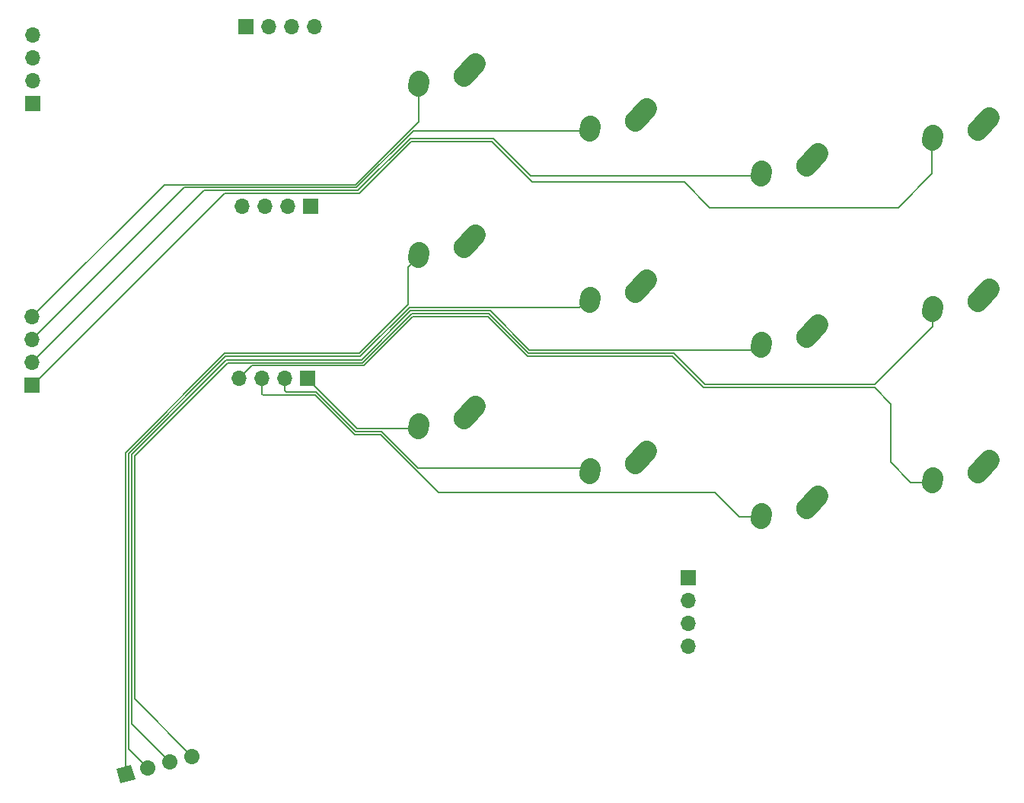
<source format=gbr>
G04 #@! TF.GenerationSoftware,KiCad,Pcbnew,(5.1.4)-1*
G04 #@! TF.CreationDate,2023-06-17T18:30:50-04:00*
G04 #@! TF.ProjectId,ThumbsUp,5468756d-6273-4557-902e-6b696361645f,rev?*
G04 #@! TF.SameCoordinates,Original*
G04 #@! TF.FileFunction,Copper,L1,Top*
G04 #@! TF.FilePolarity,Positive*
%FSLAX46Y46*%
G04 Gerber Fmt 4.6, Leading zero omitted, Abs format (unit mm)*
G04 Created by KiCad (PCBNEW (5.1.4)-1) date 2023-06-17 18:30:50*
%MOMM*%
%LPD*%
G04 APERTURE LIST*
%ADD10O,1.700000X1.700000*%
%ADD11R,1.700000X1.700000*%
%ADD12C,1.700000*%
%ADD13C,1.700000*%
%ADD14C,0.100000*%
%ADD15C,2.250000*%
%ADD16C,2.250000*%
%ADD17C,0.200000*%
G04 APERTURE END LIST*
D10*
X225912025Y-586230322D03*
X225912025Y-583690322D03*
X225912025Y-581150322D03*
D11*
X225912025Y-578610322D03*
D10*
X175936722Y-556457847D03*
X178476722Y-556457847D03*
X181016722Y-556457847D03*
D11*
X183556722Y-556457847D03*
D10*
X176239012Y-537342011D03*
X178779012Y-537342011D03*
X181319012Y-537342011D03*
D11*
X183859012Y-537342011D03*
D12*
X170712025Y-598510322D03*
D13*
X170712025Y-598510322D02*
X170712025Y-598510322D01*
D12*
X168258573Y-599167722D03*
D13*
X168258573Y-599167722D02*
X168258573Y-599167722D01*
D12*
X165805122Y-599825123D03*
D13*
X165805122Y-599825123D02*
X165805122Y-599825123D01*
D12*
X163351670Y-600482523D03*
D14*
G36*
X164392703Y-601083564D02*
G01*
X162750629Y-601523556D01*
X162310637Y-599881482D01*
X163952711Y-599441490D01*
X164392703Y-601083564D01*
X164392703Y-601083564D01*
G37*
D10*
X184332025Y-517360322D03*
X181792025Y-517360322D03*
X179252025Y-517360322D03*
D11*
X176712025Y-517360322D03*
D15*
X258062025Y-528860322D03*
X258717024Y-528130322D03*
D16*
X259372025Y-527400322D02*
X258062023Y-528860322D01*
D15*
X253022025Y-529940322D03*
X253042025Y-529650322D03*
D16*
X253062025Y-529360322D02*
X253022025Y-529940322D01*
D15*
X239012025Y-570960323D03*
X239667024Y-570230323D03*
D16*
X240322025Y-569500323D02*
X239012023Y-570960323D01*
D15*
X233972025Y-572040323D03*
X233992025Y-571750323D03*
D16*
X234012025Y-571460323D02*
X233972025Y-572040323D01*
D15*
X239012026Y-551910322D03*
X239667025Y-551180322D03*
D16*
X240322026Y-550450322D02*
X239012024Y-551910322D01*
D15*
X233972026Y-552990322D03*
X233992026Y-552700322D03*
D16*
X234012026Y-552410322D02*
X233972026Y-552990322D01*
D15*
X258062025Y-566960322D03*
X258717024Y-566230322D03*
D16*
X259372025Y-565500322D02*
X258062023Y-566960322D01*
D15*
X253022025Y-568040322D03*
X253042025Y-567750322D03*
D16*
X253062025Y-567460322D02*
X253022025Y-568040322D01*
D15*
X258062024Y-547910322D03*
X258717023Y-547180322D03*
D16*
X259372024Y-546450322D02*
X258062022Y-547910322D01*
D15*
X253022024Y-548990322D03*
X253042024Y-548700322D03*
D16*
X253062024Y-548410322D02*
X253022024Y-548990322D01*
D15*
X219962025Y-565960322D03*
X220617024Y-565230322D03*
D16*
X221272025Y-564500322D02*
X219962023Y-565960322D01*
D15*
X214922025Y-567040322D03*
X214942025Y-566750322D03*
D16*
X214962025Y-566460322D02*
X214922025Y-567040322D01*
D15*
X200912025Y-522860322D03*
X201567024Y-522130322D03*
D16*
X202222025Y-521400322D02*
X200912023Y-522860322D01*
D15*
X195872025Y-523940322D03*
X195892025Y-523650322D03*
D16*
X195912025Y-523360322D02*
X195872025Y-523940322D01*
D15*
X200912025Y-541910323D03*
X201567024Y-541180323D03*
D16*
X202222025Y-540450323D02*
X200912023Y-541910323D01*
D15*
X195872025Y-542990323D03*
X195892025Y-542700323D03*
D16*
X195912025Y-542410323D02*
X195872025Y-542990323D01*
D15*
X200912025Y-560960322D03*
X201567024Y-560230322D03*
D16*
X202222025Y-559500322D02*
X200912023Y-560960322D01*
D15*
X195872025Y-562040322D03*
X195892025Y-561750322D03*
D16*
X195912025Y-561460322D02*
X195872025Y-562040322D01*
D15*
X219962025Y-546910322D03*
X220617024Y-546180322D03*
D16*
X221272025Y-545450322D02*
X219962023Y-546910322D01*
D15*
X214922025Y-547990322D03*
X214942025Y-547700322D03*
D16*
X214962025Y-547410322D02*
X214922025Y-547990322D01*
D15*
X239012025Y-532860322D03*
X239667024Y-532130322D03*
D16*
X240322025Y-531400322D02*
X239012023Y-532860322D01*
D15*
X233972025Y-533940322D03*
X233992025Y-533650322D03*
D16*
X234012025Y-533360322D02*
X233972025Y-533940322D01*
D15*
X219962025Y-527860323D03*
X220617024Y-527130323D03*
D16*
X221272025Y-526400323D02*
X219962023Y-527860323D01*
D15*
X214922025Y-528940323D03*
X214942025Y-528650323D03*
D16*
X214962025Y-528360323D02*
X214922025Y-528940323D01*
D10*
X152912019Y-549610280D03*
X152912019Y-552150280D03*
X152912019Y-554690280D03*
D11*
X152912019Y-557230280D03*
D10*
X152958726Y-518260794D03*
X152958726Y-520800794D03*
X152958726Y-523340794D03*
D11*
X152958726Y-525880794D03*
D17*
X170712025Y-598510322D02*
X164320000Y-592118297D01*
X164320000Y-592118297D02*
X164320000Y-565080003D01*
X164320000Y-565080003D02*
X174672991Y-554727012D01*
X246627011Y-557172989D02*
X253062024Y-550737976D01*
X195114398Y-549272990D02*
X203735453Y-549272990D01*
X227772989Y-557172989D02*
X246627011Y-557172989D01*
X189660376Y-554727012D02*
X195114398Y-549272990D01*
X174672991Y-554727012D02*
X189660376Y-554727012D01*
X208101745Y-553639283D02*
X224239283Y-553639283D01*
X224239283Y-553639283D02*
X227772989Y-557172989D01*
X203735453Y-549272990D02*
X208101745Y-553639283D01*
X253062024Y-550737976D02*
X253062024Y-548410322D01*
X163992989Y-564944551D02*
X174537539Y-554400001D01*
X163992989Y-594902138D02*
X163992989Y-564944551D01*
X233122348Y-553300000D02*
X234012026Y-552410322D01*
X189524924Y-554400001D02*
X194978946Y-548945979D01*
X174537539Y-554400001D02*
X189524924Y-554400001D01*
X208224924Y-553300000D02*
X233122348Y-553300000D01*
X168258573Y-599167722D02*
X163992989Y-594902138D01*
X203870905Y-548945979D02*
X208224924Y-553300000D01*
X194978946Y-548945979D02*
X203870905Y-548945979D01*
X163665978Y-597685979D02*
X163665978Y-564809099D01*
X174448068Y-554027011D02*
X189435452Y-554027011D01*
X194862462Y-548600000D02*
X213772347Y-548600000D01*
X213772347Y-548600000D02*
X214962025Y-547410322D01*
X163665978Y-564809099D02*
X174448068Y-554027011D01*
X165805122Y-599825123D02*
X163665978Y-597685979D01*
X189435452Y-554027011D02*
X194862462Y-548600000D01*
X163300000Y-564712617D02*
X174312617Y-553700000D01*
X189300000Y-553700000D02*
X194747026Y-548252974D01*
X194747026Y-544115322D02*
X195872025Y-542990323D01*
X163351670Y-600482523D02*
X163300000Y-600430853D01*
X163300000Y-600430853D02*
X163300000Y-564712617D01*
X174312617Y-553700000D02*
X189300000Y-553700000D01*
X194747026Y-548252974D02*
X194747026Y-544115322D01*
X183556722Y-556556722D02*
X189040322Y-562040322D01*
X189040322Y-562040322D02*
X195872025Y-562040322D01*
X183556722Y-556457847D02*
X183556722Y-556556722D01*
X181016722Y-557796722D02*
X181190000Y-557970000D01*
X188904871Y-562367332D02*
X191777332Y-562367332D01*
X191777332Y-562367332D02*
X195870322Y-566460322D01*
X181190000Y-557970000D02*
X184507539Y-557970000D01*
X181016722Y-556457847D02*
X181016722Y-557796722D01*
X195870322Y-566460322D02*
X214962025Y-566460322D01*
X184507539Y-557970000D02*
X188904871Y-562367332D01*
X178640000Y-558360000D02*
X184435078Y-558360000D01*
X198128764Y-569181224D02*
X228881224Y-569181224D01*
X191641882Y-562694342D02*
X198128764Y-569181224D01*
X188769420Y-562694342D02*
X191641882Y-562694342D01*
X184435078Y-558360000D02*
X188769420Y-562694342D01*
X178476722Y-556457847D02*
X178476722Y-558196722D01*
X228881224Y-569181224D02*
X231600000Y-571900000D01*
X231600000Y-571900000D02*
X233831702Y-571900000D01*
X178476722Y-558196722D02*
X178640000Y-558360000D01*
X233831702Y-571900000D02*
X233972025Y-572040323D01*
X248400000Y-565800000D02*
X250640322Y-568040322D01*
X189795828Y-555054023D02*
X195249850Y-549600001D01*
X248400000Y-559300000D02*
X248400000Y-565800000D01*
X250640322Y-568040322D02*
X251431035Y-568040322D01*
X177340546Y-555054023D02*
X189795828Y-555054023D01*
X195249850Y-549600001D02*
X203600001Y-549600001D01*
X208000000Y-554000000D02*
X224100000Y-554000000D01*
X251431035Y-568040322D02*
X253022025Y-568040322D01*
X175936722Y-556457847D02*
X177340546Y-555054023D01*
X203600001Y-549600001D02*
X208000000Y-554000000D01*
X224100000Y-554000000D02*
X227600000Y-557500000D01*
X227600000Y-557500000D02*
X246600000Y-557500000D01*
X246600000Y-557500000D02*
X248400000Y-559300000D01*
X249231173Y-537500000D02*
X253022025Y-533709148D01*
X208564548Y-534627011D02*
X225427011Y-534627011D01*
X152912019Y-557230280D02*
X152969720Y-557230280D01*
X174300000Y-535900000D02*
X189287388Y-535900000D01*
X253022025Y-533709148D02*
X253022025Y-531531312D01*
X189287388Y-535900000D02*
X195087387Y-530100001D01*
X195087387Y-530100001D02*
X204037538Y-530100001D01*
X225427011Y-534627011D02*
X228300000Y-537500000D01*
X253022025Y-531531312D02*
X253022025Y-529940322D01*
X228300000Y-537500000D02*
X249231173Y-537500000D01*
X152969720Y-557230280D02*
X174300000Y-535900000D01*
X204037538Y-530100001D02*
X208564548Y-534627011D01*
X204172990Y-529772990D02*
X208340322Y-533940322D01*
X232381035Y-533940322D02*
X233972025Y-533940322D01*
X152912019Y-554690280D02*
X172029310Y-535572989D01*
X189151936Y-535572989D02*
X194951935Y-529772990D01*
X208340322Y-533940322D02*
X232381035Y-533940322D01*
X172029310Y-535572989D02*
X189151936Y-535572989D01*
X194951935Y-529772990D02*
X204172990Y-529772990D01*
X169816321Y-535245978D02*
X189016484Y-535245978D01*
X189016484Y-535245978D02*
X195322139Y-528940323D01*
X152912019Y-552150280D02*
X169816321Y-535245978D01*
X214382025Y-528940323D02*
X214962025Y-528360323D01*
X195322139Y-528940323D02*
X214382025Y-528940323D01*
X195912025Y-527887975D02*
X195912025Y-523360322D01*
X152912019Y-549610280D02*
X167603332Y-534918967D01*
X188881033Y-534918967D02*
X195912025Y-527887975D01*
X167603332Y-534918967D02*
X188881033Y-534918967D01*
M02*

</source>
